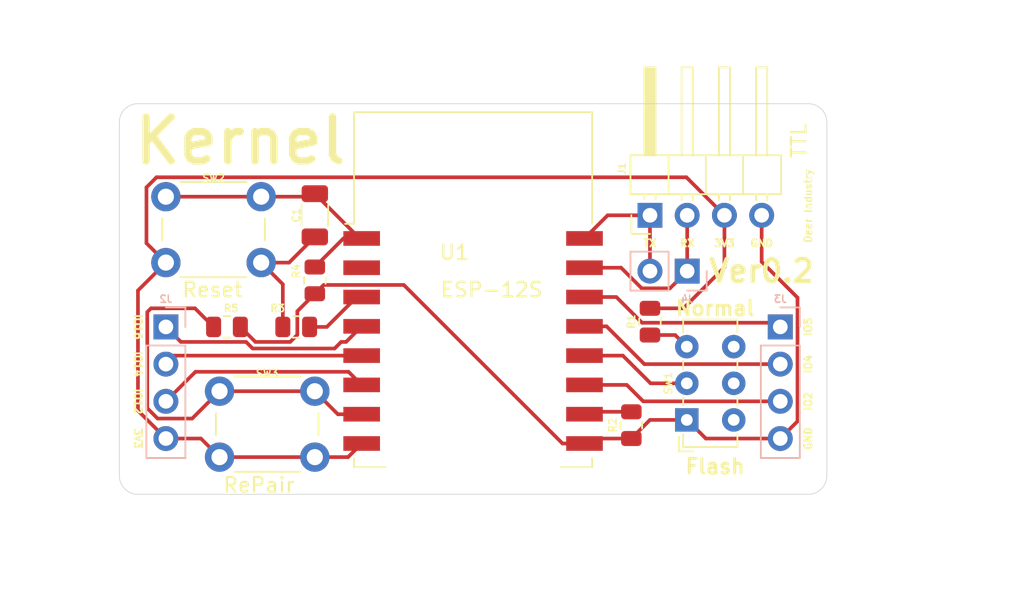
<source format=kicad_pcb>
(kicad_pcb (version 20171130) (host pcbnew "(5.1.9-0-10_14)")

  (general
    (thickness 1.6)
    (drawings 37)
    (tracks 100)
    (zones 0)
    (modules 14)
    (nets 18)
  )

  (page A4)
  (layers
    (0 F.Cu signal hide)
    (31 B.Cu signal hide)
    (32 B.Adhes user hide)
    (33 F.Adhes user hide)
    (34 B.Paste user hide)
    (35 F.Paste user hide)
    (36 B.SilkS user hide)
    (37 F.SilkS user)
    (38 B.Mask user)
    (39 F.Mask user hide)
    (40 Dwgs.User user)
    (41 Cmts.User user)
    (42 Eco1.User user)
    (43 Eco2.User user)
    (44 Edge.Cuts user)
    (45 Margin user)
    (46 B.CrtYd user)
    (47 F.CrtYd user)
    (48 B.Fab user hide)
    (49 F.Fab user hide)
  )

  (setup
    (last_trace_width 0.25)
    (trace_clearance 0.2)
    (zone_clearance 0.508)
    (zone_45_only no)
    (trace_min 0.2)
    (via_size 0.8)
    (via_drill 0.4)
    (via_min_size 0.4)
    (via_min_drill 0.3)
    (uvia_size 0.3)
    (uvia_drill 0.1)
    (uvias_allowed no)
    (uvia_min_size 0.2)
    (uvia_min_drill 0.1)
    (edge_width 0.05)
    (segment_width 0.2)
    (pcb_text_width 0.3)
    (pcb_text_size 1.5 1.5)
    (mod_edge_width 0.12)
    (mod_text_size 1 1)
    (mod_text_width 0.15)
    (pad_size 1.524 1.524)
    (pad_drill 0.762)
    (pad_to_mask_clearance 0)
    (aux_axis_origin 0 0)
    (visible_elements 7FFFFFFF)
    (pcbplotparams
      (layerselection 0x010fc_ffffffff)
      (usegerberextensions true)
      (usegerberattributes true)
      (usegerberadvancedattributes true)
      (creategerberjobfile true)
      (excludeedgelayer true)
      (linewidth 0.100000)
      (plotframeref false)
      (viasonmask false)
      (mode 1)
      (useauxorigin false)
      (hpglpennumber 1)
      (hpglpenspeed 20)
      (hpglpendiameter 15.000000)
      (psnegative false)
      (psa4output false)
      (plotreference true)
      (plotvalue true)
      (plotinvisibletext false)
      (padsonsilk false)
      (subtractmaskfromsilk false)
      (outputformat 1)
      (mirror false)
      (drillshape 0)
      (scaleselection 1)
      (outputdirectory "导出/"))
  )

  (net 0 "")
  (net 1 "Net-(U1-Pad2)")
  (net 2 EN)
  (net 3 +3V3)
  (net 4 GND)
  (net 5 IO15)
  (net 6 IO0)
  (net 7 RXD)
  (net 8 TXD)
  (net 9 "Net-(R1-Pad2)")
  (net 10 RST)
  (net 11 IO12)
  (net 12 IO14)
  (net 13 IO16)
  (net 14 IO2)
  (net 15 IO4)
  (net 16 IO5)
  (net 17 IO13)

  (net_class Default "This is the default net class."
    (clearance 0.2)
    (trace_width 0.25)
    (via_dia 0.8)
    (via_drill 0.4)
    (uvia_dia 0.3)
    (uvia_drill 0.1)
    (add_net +3V3)
    (add_net EN)
    (add_net GND)
    (add_net IO0)
    (add_net IO12)
    (add_net IO13)
    (add_net IO14)
    (add_net IO15)
    (add_net IO16)
    (add_net IO2)
    (add_net IO4)
    (add_net IO5)
    (add_net "Net-(R1-Pad2)")
    (add_net "Net-(U1-Pad2)")
    (add_net RST)
    (add_net RXD)
    (add_net TXD)
  )

  (module RF_Module:ESP-12S (layer F.Cu) (tedit 60489C70) (tstamp 60497F98)
    (at 97.155 43.18)
    (descr "Wi-Fi Module, http://wiki.ai-thinker.com/_media/esp8266/docs/aithinker_esp_12f_datasheet_en.pdf")
    (tags "Wi-Fi Module")
    (path /6049875F)
    (attr smd)
    (fp_text reference U1 (at -1.27 -2.54) (layer F.SilkS)
      (effects (font (size 1 1) (thickness 0.15)))
    )
    (fp_text value ESP-12S (at 1.27 0) (layer F.SilkS)
      (effects (font (size 1 1) (thickness 0.15)))
    )
    (fp_line (start -8 -12) (end 8 -12) (layer F.Fab) (width 0.12))
    (fp_line (start 8 -12) (end 8 12) (layer F.Fab) (width 0.12))
    (fp_line (start 8 12) (end -8 12) (layer F.Fab) (width 0.12))
    (fp_line (start -8 12) (end -8 -3) (layer F.Fab) (width 0.12))
    (fp_line (start -8 -3) (end -7.5 -3.5) (layer F.Fab) (width 0.12))
    (fp_line (start -7.5 -3.5) (end -8 -4) (layer F.Fab) (width 0.12))
    (fp_line (start -8 -4) (end -8 -12) (layer F.Fab) (width 0.12))
    (fp_line (start -9.05 -12.2) (end 9.05 -12.2) (layer F.CrtYd) (width 0.05))
    (fp_line (start 9.05 -12.2) (end 9.05 13.1) (layer F.CrtYd) (width 0.05))
    (fp_line (start 9.05 13.1) (end -9.05 13.1) (layer F.CrtYd) (width 0.05))
    (fp_line (start -9.05 13.1) (end -9.05 -12.2) (layer F.CrtYd) (width 0.05))
    (fp_line (start -8.12 -12.12) (end 8.12 -12.12) (layer F.SilkS) (width 0.12))
    (fp_line (start 8.12 -12.12) (end 8.12 -4.5) (layer F.SilkS) (width 0.12))
    (fp_line (start 8.12 11.5) (end 8.12 12.12) (layer F.SilkS) (width 0.12))
    (fp_line (start 8.12 12.12) (end 6 12.12) (layer F.SilkS) (width 0.12))
    (fp_line (start -6 12.12) (end -8.12 12.12) (layer F.SilkS) (width 0.12))
    (fp_line (start -8.12 12.12) (end -8.12 11.5) (layer F.SilkS) (width 0.12))
    (fp_line (start -8.12 -4.5) (end -8.12 -12.12) (layer F.SilkS) (width 0.12))
    (fp_line (start -8.12 -4.5) (end -8.73 -4.5) (layer F.SilkS) (width 0.12))
    (fp_line (start -8.12 -12.12) (end 8.12 -12.12) (layer Dwgs.User) (width 0.12))
    (fp_line (start 8.12 -12.12) (end 8.12 -4.8) (layer Dwgs.User) (width 0.12))
    (fp_line (start 8.12 -4.8) (end -8.12 -4.8) (layer Dwgs.User) (width 0.12))
    (fp_line (start -8.12 -4.8) (end -8.12 -12.12) (layer Dwgs.User) (width 0.12))
    (fp_line (start -8.12 -9.12) (end -5.12 -12.12) (layer Dwgs.User) (width 0.12))
    (fp_line (start -8.12 -6.12) (end -2.12 -12.12) (layer Dwgs.User) (width 0.12))
    (fp_line (start -6.44 -4.8) (end 0.88 -12.12) (layer Dwgs.User) (width 0.12))
    (fp_line (start -3.44 -4.8) (end 3.88 -12.12) (layer Dwgs.User) (width 0.12))
    (fp_line (start -0.44 -4.8) (end 6.88 -12.12) (layer Dwgs.User) (width 0.12))
    (fp_line (start 2.56 -4.8) (end 8.12 -10.36) (layer Dwgs.User) (width 0.12))
    (fp_line (start 5.56 -4.8) (end 8.12 -7.36) (layer Dwgs.User) (width 0.12))
    (fp_text user Antenna (at -0.06 -7 180) (layer Cmts.User)
      (effects (font (size 1 1) (thickness 0.15)))
    )
    (fp_text user "KEEP-OUT ZONE" (at 0.03 -9.55 180) (layer Cmts.User)
      (effects (font (size 1 1) (thickness 0.15)))
    )
    (pad 1 smd rect (at -7.6 -3.5) (size 2.5 1) (layers F.Cu F.Paste F.Mask)
      (net 10 RST))
    (pad 2 smd rect (at -7.6 -1.5) (size 2.5 1) (layers F.Cu F.Paste F.Mask)
      (net 1 "Net-(U1-Pad2)"))
    (pad 3 smd rect (at -7.6 0.5) (size 2.5 1) (layers F.Cu F.Paste F.Mask)
      (net 2 EN))
    (pad 4 smd rect (at -7.6 2.5) (size 2.5 1) (layers F.Cu F.Paste F.Mask)
      (net 13 IO16))
    (pad 5 smd rect (at -7.6 4.5) (size 2.5 1) (layers F.Cu F.Paste F.Mask)
      (net 12 IO14))
    (pad 6 smd rect (at -7.6 6.5) (size 2.5 1) (layers F.Cu F.Paste F.Mask)
      (net 11 IO12))
    (pad 7 smd rect (at -7.6 8.5) (size 2.5 1) (layers F.Cu F.Paste F.Mask)
      (net 17 IO13))
    (pad 8 smd rect (at -7.6 10.5) (size 2.5 1) (layers F.Cu F.Paste F.Mask)
      (net 3 +3V3))
    (pad 9 smd rect (at 7.6 10.5) (size 2.5 1) (layers F.Cu F.Paste F.Mask)
      (net 4 GND))
    (pad 10 smd rect (at 7.6 8.5) (size 2.5 1) (layers F.Cu F.Paste F.Mask)
      (net 5 IO15))
    (pad 11 smd rect (at 7.6 6.5) (size 2.5 1) (layers F.Cu F.Paste F.Mask)
      (net 14 IO2))
    (pad 12 smd rect (at 7.6 4.5) (size 2.5 1) (layers F.Cu F.Paste F.Mask)
      (net 6 IO0))
    (pad 13 smd rect (at 7.6 2.5) (size 2.5 1) (layers F.Cu F.Paste F.Mask)
      (net 15 IO4))
    (pad 14 smd rect (at 7.6 0.5) (size 2.5 1) (layers F.Cu F.Paste F.Mask)
      (net 16 IO5))
    (pad 15 smd rect (at 7.6 -1.5) (size 2.5 1) (layers F.Cu F.Paste F.Mask)
      (net 7 RXD))
    (pad 16 smd rect (at 7.6 -3.5) (size 2.5 1) (layers F.Cu F.Paste F.Mask)
      (net 8 TXD))
    (model ${KISYS3DMOD}/RF_Module.3dshapes/ESP-12E.wrl
      (at (xyz 0 0 0))
      (scale (xyz 1 1 1))
      (rotate (xyz 0 0 0))
    )
  )

  (module Connector_PinHeader_2.54mm:PinHeader_1x02_P2.54mm_Vertical (layer B.Cu) (tedit 59FED5CC) (tstamp 605007F5)
    (at 111.76 41.91 90)
    (descr "Through hole straight pin header, 1x02, 2.54mm pitch, single row")
    (tags "Through hole pin header THT 1x02 2.54mm single row")
    (path /60571445)
    (fp_text reference J4 (at -1.905 0 180) (layer B.SilkS)
      (effects (font (size 0.5 0.5) (thickness 0.1)) (justify mirror))
    )
    (fp_text value Conn_01x02_Male (at 0 -4.87 270) (layer B.Fab)
      (effects (font (size 1 1) (thickness 0.15)) (justify mirror))
    )
    (fp_line (start -0.635 1.27) (end 1.27 1.27) (layer B.Fab) (width 0.1))
    (fp_line (start 1.27 1.27) (end 1.27 -3.81) (layer B.Fab) (width 0.1))
    (fp_line (start 1.27 -3.81) (end -1.27 -3.81) (layer B.Fab) (width 0.1))
    (fp_line (start -1.27 -3.81) (end -1.27 0.635) (layer B.Fab) (width 0.1))
    (fp_line (start -1.27 0.635) (end -0.635 1.27) (layer B.Fab) (width 0.1))
    (fp_line (start -1.33 -3.87) (end 1.33 -3.87) (layer B.SilkS) (width 0.12))
    (fp_line (start -1.33 -1.27) (end -1.33 -3.87) (layer B.SilkS) (width 0.12))
    (fp_line (start 1.33 -1.27) (end 1.33 -3.87) (layer B.SilkS) (width 0.12))
    (fp_line (start -1.33 -1.27) (end 1.33 -1.27) (layer B.SilkS) (width 0.12))
    (fp_line (start -1.33 0) (end -1.33 1.33) (layer B.SilkS) (width 0.12))
    (fp_line (start -1.33 1.33) (end 0 1.33) (layer B.SilkS) (width 0.12))
    (fp_line (start -1.8 1.8) (end -1.8 -4.35) (layer B.CrtYd) (width 0.05))
    (fp_line (start -1.8 -4.35) (end 1.8 -4.35) (layer B.CrtYd) (width 0.05))
    (fp_line (start 1.8 -4.35) (end 1.8 1.8) (layer B.CrtYd) (width 0.05))
    (fp_line (start 1.8 1.8) (end -1.8 1.8) (layer B.CrtYd) (width 0.05))
    (fp_text user %R (at 0 -1.27) (layer B.Fab)
      (effects (font (size 1 1) (thickness 0.15)) (justify mirror))
    )
    (pad 2 thru_hole oval (at 0 -2.54 90) (size 1.7 1.7) (drill 1) (layers *.Cu *.Mask)
      (net 8 TXD))
    (pad 1 thru_hole rect (at 0 0 90) (size 1.7 1.7) (drill 1) (layers *.Cu *.Mask)
      (net 7 RXD))
    (model ${KISYS3DMOD}/Connector_PinHeader_2.54mm.3dshapes/PinHeader_1x02_P2.54mm_Vertical.wrl
      (at (xyz 0 0 0))
      (scale (xyz 1 1 1))
      (rotate (xyz 0 0 0))
    )
  )

  (module Button_Switch_THT:SW_PUSH_6mm_H4.3mm (layer F.Cu) (tedit 5A02FE31) (tstamp 604F3455)
    (at 86.36 54.61 180)
    (descr "tactile push button, 6x6mm e.g. PHAP33xx series, height=4.3mm")
    (tags "tact sw push 6mm")
    (path /604DDF37)
    (fp_text reference SW3 (at 3.25 5.715) (layer F.SilkS)
      (effects (font (size 0.5 0.5) (thickness 0.1)))
    )
    (fp_text value RePair (at 3.81 -1.905) (layer F.SilkS)
      (effects (font (size 1 1) (thickness 0.15)))
    )
    (fp_line (start 3.25 -0.75) (end 6.25 -0.75) (layer F.Fab) (width 0.1))
    (fp_line (start 6.25 -0.75) (end 6.25 5.25) (layer F.Fab) (width 0.1))
    (fp_line (start 6.25 5.25) (end 0.25 5.25) (layer F.Fab) (width 0.1))
    (fp_line (start 0.25 5.25) (end 0.25 -0.75) (layer F.Fab) (width 0.1))
    (fp_line (start 0.25 -0.75) (end 3.25 -0.75) (layer F.Fab) (width 0.1))
    (fp_line (start 7.75 6) (end 8 6) (layer F.CrtYd) (width 0.05))
    (fp_line (start 8 6) (end 8 5.75) (layer F.CrtYd) (width 0.05))
    (fp_line (start 7.75 -1.5) (end 8 -1.5) (layer F.CrtYd) (width 0.05))
    (fp_line (start 8 -1.5) (end 8 -1.25) (layer F.CrtYd) (width 0.05))
    (fp_line (start -1.5 -1.25) (end -1.5 -1.5) (layer F.CrtYd) (width 0.05))
    (fp_line (start -1.5 -1.5) (end -1.25 -1.5) (layer F.CrtYd) (width 0.05))
    (fp_line (start -1.5 5.75) (end -1.5 6) (layer F.CrtYd) (width 0.05))
    (fp_line (start -1.5 6) (end -1.25 6) (layer F.CrtYd) (width 0.05))
    (fp_line (start -1.25 -1.5) (end 7.75 -1.5) (layer F.CrtYd) (width 0.05))
    (fp_line (start -1.5 5.75) (end -1.5 -1.25) (layer F.CrtYd) (width 0.05))
    (fp_line (start 7.75 6) (end -1.25 6) (layer F.CrtYd) (width 0.05))
    (fp_line (start 8 -1.25) (end 8 5.75) (layer F.CrtYd) (width 0.05))
    (fp_line (start 1 5.5) (end 5.5 5.5) (layer F.SilkS) (width 0.12))
    (fp_line (start -0.25 1.5) (end -0.25 3) (layer F.SilkS) (width 0.12))
    (fp_line (start 5.5 -1) (end 1 -1) (layer F.SilkS) (width 0.12))
    (fp_line (start 6.75 3) (end 6.75 1.5) (layer F.SilkS) (width 0.12))
    (fp_circle (center 3.25 2.25) (end 1.25 2.5) (layer F.Fab) (width 0.1))
    (fp_text user %R (at 3.25 2.25) (layer F.Fab)
      (effects (font (size 1 1) (thickness 0.15)))
    )
    (pad 1 thru_hole circle (at 6.5 0 270) (size 2 2) (drill 1.1) (layers *.Cu *.Mask)
      (net 3 +3V3))
    (pad 2 thru_hole circle (at 6.5 4.5 270) (size 2 2) (drill 1.1) (layers *.Cu *.Mask)
      (net 17 IO13))
    (pad 1 thru_hole circle (at 0 0 270) (size 2 2) (drill 1.1) (layers *.Cu *.Mask)
      (net 3 +3V3))
    (pad 2 thru_hole circle (at 0 4.5 270) (size 2 2) (drill 1.1) (layers *.Cu *.Mask)
      (net 17 IO13))
    (model ${KISYS3DMOD}/Button_Switch_THT.3dshapes/SW_PUSH_6mm_H4.3mm.wrl
      (at (xyz 0 0 0))
      (scale (xyz 1 1 1))
      (rotate (xyz 0 0 0))
    )
  )

  (module Button_Switch_THT:SW_PUSH_6mm_H4.3mm (layer F.Cu) (tedit 5A02FE31) (tstamp 604A134E)
    (at 76.2 36.83)
    (descr "tactile push button, 6x6mm e.g. PHAP33xx series, height=4.3mm")
    (tags "tact sw push 6mm")
    (path /604A6E52)
    (fp_text reference SW2 (at 3.25 -1.27) (layer F.SilkS)
      (effects (font (size 0.5 0.5) (thickness 0.1)))
    )
    (fp_text value Reset (at 3.175 6.35) (layer F.SilkS)
      (effects (font (size 1 1) (thickness 0.15)))
    )
    (fp_line (start 3.25 -0.75) (end 6.25 -0.75) (layer F.Fab) (width 0.1))
    (fp_line (start 6.25 -0.75) (end 6.25 5.25) (layer F.Fab) (width 0.1))
    (fp_line (start 6.25 5.25) (end 0.25 5.25) (layer F.Fab) (width 0.1))
    (fp_line (start 0.25 5.25) (end 0.25 -0.75) (layer F.Fab) (width 0.1))
    (fp_line (start 0.25 -0.75) (end 3.25 -0.75) (layer F.Fab) (width 0.1))
    (fp_line (start 7.75 6) (end 8 6) (layer F.CrtYd) (width 0.05))
    (fp_line (start 8 6) (end 8 5.75) (layer F.CrtYd) (width 0.05))
    (fp_line (start 7.75 -1.5) (end 8 -1.5) (layer F.CrtYd) (width 0.05))
    (fp_line (start 8 -1.5) (end 8 -1.25) (layer F.CrtYd) (width 0.05))
    (fp_line (start -1.5 -1.25) (end -1.5 -1.5) (layer F.CrtYd) (width 0.05))
    (fp_line (start -1.5 -1.5) (end -1.25 -1.5) (layer F.CrtYd) (width 0.05))
    (fp_line (start -1.5 5.75) (end -1.5 6) (layer F.CrtYd) (width 0.05))
    (fp_line (start -1.5 6) (end -1.25 6) (layer F.CrtYd) (width 0.05))
    (fp_line (start -1.25 -1.5) (end 7.75 -1.5) (layer F.CrtYd) (width 0.05))
    (fp_line (start -1.5 5.75) (end -1.5 -1.25) (layer F.CrtYd) (width 0.05))
    (fp_line (start 7.75 6) (end -1.25 6) (layer F.CrtYd) (width 0.05))
    (fp_line (start 8 -1.25) (end 8 5.75) (layer F.CrtYd) (width 0.05))
    (fp_line (start 1 5.5) (end 5.5 5.5) (layer F.SilkS) (width 0.12))
    (fp_line (start -0.25 1.5) (end -0.25 3) (layer F.SilkS) (width 0.12))
    (fp_line (start 5.5 -1) (end 1 -1) (layer F.SilkS) (width 0.12))
    (fp_line (start 6.75 3) (end 6.75 1.5) (layer F.SilkS) (width 0.12))
    (fp_circle (center 3.25 2.25) (end 1.25 2.5) (layer F.Fab) (width 0.1))
    (fp_text user %R (at 3.25 2.25) (layer F.Fab)
      (effects (font (size 1 1) (thickness 0.15)))
    )
    (pad 1 thru_hole circle (at 6.5 0 90) (size 2 2) (drill 1.1) (layers *.Cu *.Mask)
      (net 10 RST))
    (pad 2 thru_hole circle (at 6.5 4.5 90) (size 2 2) (drill 1.1) (layers *.Cu *.Mask)
      (net 3 +3V3))
    (pad 1 thru_hole circle (at 0 0 90) (size 2 2) (drill 1.1) (layers *.Cu *.Mask)
      (net 10 RST))
    (pad 2 thru_hole circle (at 0 4.5 90) (size 2 2) (drill 1.1) (layers *.Cu *.Mask)
      (net 3 +3V3))
    (model ${KISYS3DMOD}/Button_Switch_THT.3dshapes/SW_PUSH_6mm_H4.3mm.wrl
      (at (xyz 0 0 0))
      (scale (xyz 1 1 1))
      (rotate (xyz 0 0 0))
    )
  )

  (module Connector_PinHeader_2.54mm:PinHeader_1x04_P2.54mm_Horizontal (layer F.Cu) (tedit 59FED5CB) (tstamp 6049FAD7)
    (at 109.22 38.1 90)
    (descr "Through hole angled pin header, 1x04, 2.54mm pitch, 6mm pin length, single row")
    (tags "Through hole angled pin header THT 1x04 2.54mm single row")
    (path /6049A723)
    (fp_text reference J1 (at 3.175 -1.905 90) (layer F.SilkS)
      (effects (font (size 0.5 0.5) (thickness 0.1)))
    )
    (fp_text value TTL (at 5.08 10.16 270) (layer F.SilkS)
      (effects (font (size 1 1) (thickness 0.15)))
    )
    (fp_line (start 2.135 -1.27) (end 4.04 -1.27) (layer F.Fab) (width 0.1))
    (fp_line (start 4.04 -1.27) (end 4.04 8.89) (layer F.Fab) (width 0.1))
    (fp_line (start 4.04 8.89) (end 1.5 8.89) (layer F.Fab) (width 0.1))
    (fp_line (start 1.5 8.89) (end 1.5 -0.635) (layer F.Fab) (width 0.1))
    (fp_line (start 1.5 -0.635) (end 2.135 -1.27) (layer F.Fab) (width 0.1))
    (fp_line (start -0.32 -0.32) (end 1.5 -0.32) (layer F.Fab) (width 0.1))
    (fp_line (start -0.32 -0.32) (end -0.32 0.32) (layer F.Fab) (width 0.1))
    (fp_line (start -0.32 0.32) (end 1.5 0.32) (layer F.Fab) (width 0.1))
    (fp_line (start 4.04 -0.32) (end 10.04 -0.32) (layer F.Fab) (width 0.1))
    (fp_line (start 10.04 -0.32) (end 10.04 0.32) (layer F.Fab) (width 0.1))
    (fp_line (start 4.04 0.32) (end 10.04 0.32) (layer F.Fab) (width 0.1))
    (fp_line (start -0.32 2.22) (end 1.5 2.22) (layer F.Fab) (width 0.1))
    (fp_line (start -0.32 2.22) (end -0.32 2.86) (layer F.Fab) (width 0.1))
    (fp_line (start -0.32 2.86) (end 1.5 2.86) (layer F.Fab) (width 0.1))
    (fp_line (start 4.04 2.22) (end 10.04 2.22) (layer F.Fab) (width 0.1))
    (fp_line (start 10.04 2.22) (end 10.04 2.86) (layer F.Fab) (width 0.1))
    (fp_line (start 4.04 2.86) (end 10.04 2.86) (layer F.Fab) (width 0.1))
    (fp_line (start -0.32 4.76) (end 1.5 4.76) (layer F.Fab) (width 0.1))
    (fp_line (start -0.32 4.76) (end -0.32 5.4) (layer F.Fab) (width 0.1))
    (fp_line (start -0.32 5.4) (end 1.5 5.4) (layer F.Fab) (width 0.1))
    (fp_line (start 4.04 4.76) (end 10.04 4.76) (layer F.Fab) (width 0.1))
    (fp_line (start 10.04 4.76) (end 10.04 5.4) (layer F.Fab) (width 0.1))
    (fp_line (start 4.04 5.4) (end 10.04 5.4) (layer F.Fab) (width 0.1))
    (fp_line (start -0.32 7.3) (end 1.5 7.3) (layer F.Fab) (width 0.1))
    (fp_line (start -0.32 7.3) (end -0.32 7.94) (layer F.Fab) (width 0.1))
    (fp_line (start -0.32 7.94) (end 1.5 7.94) (layer F.Fab) (width 0.1))
    (fp_line (start 4.04 7.3) (end 10.04 7.3) (layer F.Fab) (width 0.1))
    (fp_line (start 10.04 7.3) (end 10.04 7.94) (layer F.Fab) (width 0.1))
    (fp_line (start 4.04 7.94) (end 10.04 7.94) (layer F.Fab) (width 0.1))
    (fp_line (start 1.44 -1.33) (end 1.44 8.95) (layer F.SilkS) (width 0.12))
    (fp_line (start 1.44 8.95) (end 4.1 8.95) (layer F.SilkS) (width 0.12))
    (fp_line (start 4.1 8.95) (end 4.1 -1.33) (layer F.SilkS) (width 0.12))
    (fp_line (start 4.1 -1.33) (end 1.44 -1.33) (layer F.SilkS) (width 0.12))
    (fp_line (start 4.1 -0.38) (end 10.1 -0.38) (layer F.SilkS) (width 0.12))
    (fp_line (start 10.1 -0.38) (end 10.1 0.38) (layer F.SilkS) (width 0.12))
    (fp_line (start 10.1 0.38) (end 4.1 0.38) (layer F.SilkS) (width 0.12))
    (fp_line (start 4.1 -0.32) (end 10.1 -0.32) (layer F.SilkS) (width 0.12))
    (fp_line (start 4.1 -0.2) (end 10.1 -0.2) (layer F.SilkS) (width 0.12))
    (fp_line (start 4.1 -0.08) (end 10.1 -0.08) (layer F.SilkS) (width 0.12))
    (fp_line (start 4.1 0.04) (end 10.1 0.04) (layer F.SilkS) (width 0.12))
    (fp_line (start 4.1 0.16) (end 10.1 0.16) (layer F.SilkS) (width 0.12))
    (fp_line (start 4.1 0.28) (end 10.1 0.28) (layer F.SilkS) (width 0.12))
    (fp_line (start 1.11 -0.38) (end 1.44 -0.38) (layer F.SilkS) (width 0.12))
    (fp_line (start 1.11 0.38) (end 1.44 0.38) (layer F.SilkS) (width 0.12))
    (fp_line (start 1.44 1.27) (end 4.1 1.27) (layer F.SilkS) (width 0.12))
    (fp_line (start 4.1 2.16) (end 10.1 2.16) (layer F.SilkS) (width 0.12))
    (fp_line (start 10.1 2.16) (end 10.1 2.92) (layer F.SilkS) (width 0.12))
    (fp_line (start 10.1 2.92) (end 4.1 2.92) (layer F.SilkS) (width 0.12))
    (fp_line (start 1.042929 2.16) (end 1.44 2.16) (layer F.SilkS) (width 0.12))
    (fp_line (start 1.042929 2.92) (end 1.44 2.92) (layer F.SilkS) (width 0.12))
    (fp_line (start 1.44 3.81) (end 4.1 3.81) (layer F.SilkS) (width 0.12))
    (fp_line (start 4.1 4.7) (end 10.1 4.7) (layer F.SilkS) (width 0.12))
    (fp_line (start 10.1 4.7) (end 10.1 5.46) (layer F.SilkS) (width 0.12))
    (fp_line (start 10.1 5.46) (end 4.1 5.46) (layer F.SilkS) (width 0.12))
    (fp_line (start 1.042929 4.7) (end 1.44 4.7) (layer F.SilkS) (width 0.12))
    (fp_line (start 1.042929 5.46) (end 1.44 5.46) (layer F.SilkS) (width 0.12))
    (fp_line (start 1.44 6.35) (end 4.1 6.35) (layer F.SilkS) (width 0.12))
    (fp_line (start 4.1 7.24) (end 10.1 7.24) (layer F.SilkS) (width 0.12))
    (fp_line (start 10.1 7.24) (end 10.1 8) (layer F.SilkS) (width 0.12))
    (fp_line (start 10.1 8) (end 4.1 8) (layer F.SilkS) (width 0.12))
    (fp_line (start 1.042929 7.24) (end 1.44 7.24) (layer F.SilkS) (width 0.12))
    (fp_line (start 1.042929 8) (end 1.44 8) (layer F.SilkS) (width 0.12))
    (fp_line (start -1.27 0) (end -1.27 -1.27) (layer F.SilkS) (width 0.12))
    (fp_line (start -1.27 -1.27) (end 0 -1.27) (layer F.SilkS) (width 0.12))
    (fp_line (start -1.8 -1.8) (end -1.8 9.4) (layer F.CrtYd) (width 0.05))
    (fp_line (start -1.8 9.4) (end 10.55 9.4) (layer F.CrtYd) (width 0.05))
    (fp_line (start 10.55 9.4) (end 10.55 -1.8) (layer F.CrtYd) (width 0.05))
    (fp_line (start 10.55 -1.8) (end -1.8 -1.8) (layer F.CrtYd) (width 0.05))
    (fp_text user %R (at 2.77 3.81) (layer F.Fab)
      (effects (font (size 1 1) (thickness 0.15)))
    )
    (pad 4 thru_hole oval (at 0 7.62 90) (size 1.7 1.7) (drill 1) (layers *.Cu *.Mask)
      (net 4 GND))
    (pad 3 thru_hole oval (at 0 5.08 90) (size 1.7 1.7) (drill 1) (layers *.Cu *.Mask)
      (net 3 +3V3))
    (pad 2 thru_hole oval (at 0 2.54 90) (size 1.7 1.7) (drill 1) (layers *.Cu *.Mask)
      (net 7 RXD))
    (pad 1 thru_hole rect (at 0 0 90) (size 1.7 1.7) (drill 1) (layers *.Cu *.Mask)
      (net 8 TXD))
    (model ${KISYS3DMOD}/Connector_PinHeader_2.54mm.3dshapes/PinHeader_1x04_P2.54mm_Horizontal.wrl
      (at (xyz 0 0 0))
      (scale (xyz 1 1 1))
      (rotate (xyz 0 0 0))
    )
  )

  (module Resistor_SMD:R_0805_2012Metric (layer F.Cu) (tedit 5F68FEEE) (tstamp 604F33F0)
    (at 80.3675 45.72 180)
    (descr "Resistor SMD 0805 (2012 Metric), square (rectangular) end terminal, IPC_7351 nominal, (Body size source: IPC-SM-782 page 72, https://www.pcb-3d.com/wordpress/wp-content/uploads/ipc-sm-782a_amendment_1_and_2.pdf), generated with kicad-footprint-generator")
    (tags resistor)
    (path /604EF1A5)
    (attr smd)
    (fp_text reference R5 (at -0.2775 1.27) (layer F.SilkS)
      (effects (font (size 0.5 0.5) (thickness 0.1)))
    )
    (fp_text value 10k (at 0 1.65) (layer F.Fab)
      (effects (font (size 1 1) (thickness 0.15)))
    )
    (fp_line (start -1 0.625) (end -1 -0.625) (layer F.Fab) (width 0.1))
    (fp_line (start -1 -0.625) (end 1 -0.625) (layer F.Fab) (width 0.1))
    (fp_line (start 1 -0.625) (end 1 0.625) (layer F.Fab) (width 0.1))
    (fp_line (start 1 0.625) (end -1 0.625) (layer F.Fab) (width 0.1))
    (fp_line (start -0.227064 -0.735) (end 0.227064 -0.735) (layer F.SilkS) (width 0.12))
    (fp_line (start -0.227064 0.735) (end 0.227064 0.735) (layer F.SilkS) (width 0.12))
    (fp_line (start -1.68 0.95) (end -1.68 -0.95) (layer F.CrtYd) (width 0.05))
    (fp_line (start -1.68 -0.95) (end 1.68 -0.95) (layer F.CrtYd) (width 0.05))
    (fp_line (start 1.68 -0.95) (end 1.68 0.95) (layer F.CrtYd) (width 0.05))
    (fp_line (start 1.68 0.95) (end -1.68 0.95) (layer F.CrtYd) (width 0.05))
    (fp_text user %R (at 0 0) (layer F.Fab)
      (effects (font (size 0.5 0.5) (thickness 0.08)))
    )
    (pad 2 smd roundrect (at 0.9125 0 180) (size 1.025 1.4) (layers F.Cu F.Paste F.Mask) (roundrect_rratio 0.2439004878048781)
      (net 17 IO13))
    (pad 1 smd roundrect (at -0.9125 0 180) (size 1.025 1.4) (layers F.Cu F.Paste F.Mask) (roundrect_rratio 0.2439004878048781)
      (net 4 GND))
    (model ${KISYS3DMOD}/Resistor_SMD.3dshapes/R_0805_2012Metric.wrl
      (at (xyz 0 0 0))
      (scale (xyz 1 1 1))
      (rotate (xyz 0 0 0))
    )
  )

  (module Connector_PinHeader_2.54mm:PinHeader_1x04_P2.54mm_Vertical (layer B.Cu) (tedit 59FED5CC) (tstamp 604F335F)
    (at 118.11 45.72 180)
    (descr "Through hole straight pin header, 1x04, 2.54mm pitch, single row")
    (tags "Through hole pin header THT 1x04 2.54mm single row")
    (path /604FA091)
    (fp_text reference J3 (at 0 1.905) (layer B.SilkS)
      (effects (font (size 0.5 0.5) (thickness 0.1)) (justify mirror))
    )
    (fp_text value R (at 0 -9.95) (layer F.Fab) hide
      (effects (font (size 1 1) (thickness 0.15)))
    )
    (fp_line (start -0.635 1.27) (end 1.27 1.27) (layer B.Fab) (width 0.1))
    (fp_line (start 1.27 1.27) (end 1.27 -8.89) (layer B.Fab) (width 0.1))
    (fp_line (start 1.27 -8.89) (end -1.27 -8.89) (layer B.Fab) (width 0.1))
    (fp_line (start -1.27 -8.89) (end -1.27 0.635) (layer B.Fab) (width 0.1))
    (fp_line (start -1.27 0.635) (end -0.635 1.27) (layer B.Fab) (width 0.1))
    (fp_line (start -1.33 -8.95) (end 1.33 -8.95) (layer B.SilkS) (width 0.12))
    (fp_line (start -1.33 -1.27) (end -1.33 -8.95) (layer B.SilkS) (width 0.12))
    (fp_line (start 1.33 -1.27) (end 1.33 -8.95) (layer B.SilkS) (width 0.12))
    (fp_line (start -1.33 -1.27) (end 1.33 -1.27) (layer B.SilkS) (width 0.12))
    (fp_line (start -1.33 0) (end -1.33 1.33) (layer B.SilkS) (width 0.12))
    (fp_line (start -1.33 1.33) (end 0 1.33) (layer B.SilkS) (width 0.12))
    (fp_line (start -1.8 1.8) (end -1.8 -9.4) (layer B.CrtYd) (width 0.05))
    (fp_line (start -1.8 -9.4) (end 1.8 -9.4) (layer B.CrtYd) (width 0.05))
    (fp_line (start 1.8 -9.4) (end 1.8 1.8) (layer B.CrtYd) (width 0.05))
    (fp_line (start 1.8 1.8) (end -1.8 1.8) (layer B.CrtYd) (width 0.05))
    (fp_text user %R (at 0 -3.81 270) (layer B.Fab)
      (effects (font (size 1 1) (thickness 0.15)) (justify mirror))
    )
    (pad 4 thru_hole oval (at 0 -7.62 180) (size 1.7 1.7) (drill 1) (layers *.Cu *.Mask)
      (net 4 GND))
    (pad 3 thru_hole oval (at 0 -5.08 180) (size 1.7 1.7) (drill 1) (layers *.Cu *.Mask)
      (net 14 IO2))
    (pad 2 thru_hole oval (at 0 -2.54 180) (size 1.7 1.7) (drill 1) (layers *.Cu *.Mask)
      (net 15 IO4))
    (pad 1 thru_hole rect (at 0 0 180) (size 1.7 1.7) (drill 1) (layers *.Cu *.Mask)
      (net 16 IO5))
    (model ${KISYS3DMOD}/Connector_PinHeader_2.54mm.3dshapes/PinHeader_1x04_P2.54mm_Vertical.wrl
      (at (xyz 0 0 0))
      (scale (xyz 1 1 1))
      (rotate (xyz 0 0 0))
    )
  )

  (module Connector_PinHeader_2.54mm:PinHeader_1x04_P2.54mm_Vertical (layer B.Cu) (tedit 59FED5CC) (tstamp 604F3347)
    (at 76.2 45.72 180)
    (descr "Through hole straight pin header, 1x04, 2.54mm pitch, single row")
    (tags "Through hole pin header THT 1x04 2.54mm single row")
    (path /604F8EAE)
    (fp_text reference J2 (at 0 1.905) (layer B.SilkS)
      (effects (font (size 0.5 0.5) (thickness 0.1)) (justify mirror))
    )
    (fp_text value L (at 0 -9.95) (layer F.Fab) hide
      (effects (font (size 1 1) (thickness 0.15)) (justify mirror))
    )
    (fp_line (start -0.635 1.27) (end 1.27 1.27) (layer B.Fab) (width 0.1))
    (fp_line (start 1.27 1.27) (end 1.27 -8.89) (layer B.Fab) (width 0.1))
    (fp_line (start 1.27 -8.89) (end -1.27 -8.89) (layer B.Fab) (width 0.1))
    (fp_line (start -1.27 -8.89) (end -1.27 0.635) (layer B.Fab) (width 0.1))
    (fp_line (start -1.27 0.635) (end -0.635 1.27) (layer B.Fab) (width 0.1))
    (fp_line (start -1.33 -8.95) (end 1.33 -8.95) (layer B.SilkS) (width 0.12))
    (fp_line (start -1.33 -1.27) (end -1.33 -8.95) (layer B.SilkS) (width 0.12))
    (fp_line (start 1.33 -1.27) (end 1.33 -8.95) (layer B.SilkS) (width 0.12))
    (fp_line (start -1.33 -1.27) (end 1.33 -1.27) (layer B.SilkS) (width 0.12))
    (fp_line (start -1.33 0) (end -1.33 1.33) (layer B.SilkS) (width 0.12))
    (fp_line (start -1.33 1.33) (end 0 1.33) (layer B.SilkS) (width 0.12))
    (fp_line (start -1.8 1.8) (end -1.8 -9.4) (layer B.CrtYd) (width 0.05))
    (fp_line (start -1.8 -9.4) (end 1.8 -9.4) (layer B.CrtYd) (width 0.05))
    (fp_line (start 1.8 -9.4) (end 1.8 1.8) (layer B.CrtYd) (width 0.05))
    (fp_line (start 1.8 1.8) (end -1.8 1.8) (layer B.CrtYd) (width 0.05))
    (fp_text user %R (at 0 -3.81 270) (layer B.Fab)
      (effects (font (size 1 1) (thickness 0.15)) (justify mirror))
    )
    (pad 4 thru_hole oval (at 0 -7.62 180) (size 1.7 1.7) (drill 1) (layers *.Cu *.Mask)
      (net 3 +3V3))
    (pad 3 thru_hole oval (at 0 -5.08 180) (size 1.7 1.7) (drill 1) (layers *.Cu *.Mask)
      (net 11 IO12))
    (pad 2 thru_hole oval (at 0 -2.54 180) (size 1.7 1.7) (drill 1) (layers *.Cu *.Mask)
      (net 12 IO14))
    (pad 1 thru_hole rect (at 0 0 180) (size 1.7 1.7) (drill 1) (layers *.Cu *.Mask)
      (net 13 IO16))
    (model ${KISYS3DMOD}/Connector_PinHeader_2.54mm.3dshapes/PinHeader_1x04_P2.54mm_Vertical.wrl
      (at (xyz 0 0 0))
      (scale (xyz 1 1 1))
      (rotate (xyz 0 0 0))
    )
  )

  (module Button_Switch_THT:SW_E-Switch_EG1271_DPDT (layer F.Cu) (tedit 5BB336EF) (tstamp 6048CF9C)
    (at 111.735 52.07 90)
    (descr "E-Switch sub miniature slide switch, EG series, DPDT, http://spec_sheets.e-switch.com/specs/P040047.pdf")
    (tags "switch DPDT")
    (path /6048DEAF)
    (fp_text reference SW1 (at 2.5 -1.27 90) (layer F.SilkS)
      (effects (font (size 0.5 0.5) (thickness 0.1)))
    )
    (fp_text value MODE (at 2.5 5 90) (layer F.Fab)
      (effects (font (size 1 1) (thickness 0.15)))
    )
    (fp_line (start -2 4.25) (end -2 -1.05) (layer F.CrtYd) (width 0.05))
    (fp_line (start 7 4.25) (end -2 4.25) (layer F.CrtYd) (width 0.05))
    (fp_line (start 7 -1.05) (end 7 4.25) (layer F.CrtYd) (width 0.05))
    (fp_line (start -2 -1.05) (end 7 -1.05) (layer F.CrtYd) (width 0.05))
    (fp_line (start -2.15 -0.55) (end -1.15 -0.55) (layer F.SilkS) (width 0.12))
    (fp_line (start -2.15 0.45) (end -2.15 -0.55) (layer F.SilkS) (width 0.12))
    (fp_line (start -1.85 3.45) (end -1.85 -0.25) (layer F.SilkS) (width 0.12))
    (fp_line (start -0.97 3.45) (end -1.85 3.45) (layer F.SilkS) (width 0.12))
    (fp_line (start 1.53 3.45) (end 0.97 3.45) (layer F.SilkS) (width 0.12))
    (fp_line (start 4.02 3.45) (end 3.47 3.45) (layer F.SilkS) (width 0.12))
    (fp_line (start 6.85 3.45) (end 5.98 3.45) (layer F.SilkS) (width 0.12))
    (fp_line (start 6.85 -0.25) (end 6.85 3.45) (layer F.SilkS) (width 0.12))
    (fp_line (start 5.97 -0.25) (end 6.85 -0.25) (layer F.SilkS) (width 0.12))
    (fp_line (start 3.47 -0.25) (end 4.03 -0.25) (layer F.SilkS) (width 0.12))
    (fp_line (start 1 -0.25) (end 1.53 -0.25) (layer F.SilkS) (width 0.12))
    (fp_line (start -1.85 -0.25) (end -1 -0.25) (layer F.SilkS) (width 0.12))
    (fp_line (start -1.75 -0.15) (end -1.75 3.35) (layer F.Fab) (width 0.1))
    (fp_line (start 6.75 3.35) (end -1.75 3.35) (layer F.Fab) (width 0.1))
    (fp_line (start 6.75 -0.15) (end 6.75 3.35) (layer F.Fab) (width 0.1))
    (fp_line (start -1.75 -0.15) (end 6.75 -0.15) (layer F.Fab) (width 0.1))
    (fp_line (start 2.15 0.6) (end 2.15 2.6) (layer F.Fab) (width 0.1))
    (fp_line (start 1.8 0.6) (end 1.8 2.6) (layer F.Fab) (width 0.1))
    (fp_line (start 1.45 0.6) (end 1.45 2.6) (layer F.Fab) (width 0.1))
    (fp_line (start 1.1 0.6) (end 1.1 2.6) (layer F.Fab) (width 0.1))
    (fp_line (start 0.75 0.6) (end 0.75 2.6) (layer F.Fab) (width 0.1))
    (fp_line (start 2.5 0.6) (end 2.5 2.6) (layer F.Fab) (width 0.1))
    (fp_line (start 0.4 0.6) (end 0.4 2.6) (layer F.Fab) (width 0.1))
    (fp_line (start 4.6 2.6) (end 0.4 2.6) (layer F.Fab) (width 0.1))
    (fp_line (start 4.6 0.6) (end 4.6 2.6) (layer F.Fab) (width 0.1))
    (fp_line (start 0.4 0.6) (end 4.6 0.6) (layer F.Fab) (width 0.1))
    (fp_text user %R (at 2.5 -1.65 90) (layer F.Fab)
      (effects (font (size 1 1) (thickness 0.15)))
    )
    (pad 6 thru_hole circle (at 5 3.2 90) (size 1.6 1.6) (drill 0.8) (layers *.Cu *.Mask))
    (pad 5 thru_hole circle (at 2.5 3.2 90) (size 1.6 1.6) (drill 0.8) (layers *.Cu *.Mask))
    (pad 4 thru_hole circle (at 0 3.2 90) (size 1.6 1.6) (drill 0.8) (layers *.Cu *.Mask))
    (pad 3 thru_hole circle (at 5 0 90) (size 1.6 1.6) (drill 0.8) (layers *.Cu *.Mask)
      (net 9 "Net-(R1-Pad2)"))
    (pad 2 thru_hole circle (at 2.5 0 90) (size 1.6 1.6) (drill 0.8) (layers *.Cu *.Mask)
      (net 6 IO0))
    (pad 1 thru_hole rect (at 0 0 90) (size 1.6 1.6) (drill 0.8) (layers *.Cu *.Mask)
      (net 4 GND))
    (model ${KISYS3DMOD}/Button_Switch_THT.3dshapes/SW_E-Switch_EG1271_DPDT.wrl
      (at (xyz 0 0 0))
      (scale (xyz 1 1 1))
      (rotate (xyz 0 0 0))
    )
  )

  (module Resistor_SMD:R_0805_2012Metric (layer F.Cu) (tedit 5F68FEEE) (tstamp 60491ACD)
    (at 86.36 42.545 270)
    (descr "Resistor SMD 0805 (2012 Metric), square (rectangular) end terminal, IPC_7351 nominal, (Body size source: IPC-SM-782 page 72, https://www.pcb-3d.com/wordpress/wp-content/uploads/ipc-sm-782a_amendment_1_and_2.pdf), generated with kicad-footprint-generator")
    (tags resistor)
    (path /60493EDA)
    (attr smd)
    (fp_text reference R4 (at -0.635 1.27 90) (layer F.SilkS)
      (effects (font (size 0.5 0.5) (thickness 0.1)))
    )
    (fp_text value 10k (at 0 1.65 90) (layer F.Fab)
      (effects (font (size 1 1) (thickness 0.15)))
    )
    (fp_line (start 1.68 0.95) (end -1.68 0.95) (layer F.CrtYd) (width 0.05))
    (fp_line (start 1.68 -0.95) (end 1.68 0.95) (layer F.CrtYd) (width 0.05))
    (fp_line (start -1.68 -0.95) (end 1.68 -0.95) (layer F.CrtYd) (width 0.05))
    (fp_line (start -1.68 0.95) (end -1.68 -0.95) (layer F.CrtYd) (width 0.05))
    (fp_line (start -0.227064 0.735) (end 0.227064 0.735) (layer F.SilkS) (width 0.12))
    (fp_line (start -0.227064 -0.735) (end 0.227064 -0.735) (layer F.SilkS) (width 0.12))
    (fp_line (start 1 0.625) (end -1 0.625) (layer F.Fab) (width 0.1))
    (fp_line (start 1 -0.625) (end 1 0.625) (layer F.Fab) (width 0.1))
    (fp_line (start -1 -0.625) (end 1 -0.625) (layer F.Fab) (width 0.1))
    (fp_line (start -1 0.625) (end -1 -0.625) (layer F.Fab) (width 0.1))
    (fp_text user %R (at 0 0 90) (layer F.Fab)
      (effects (font (size 0.5 0.5) (thickness 0.08)))
    )
    (pad 2 smd roundrect (at 0.9125 0 270) (size 1.025 1.4) (layers F.Cu F.Paste F.Mask) (roundrect_rratio 0.2439004878048781)
      (net 4 GND))
    (pad 1 smd roundrect (at -0.9125 0 270) (size 1.025 1.4) (layers F.Cu F.Paste F.Mask) (roundrect_rratio 0.2439004878048781)
      (net 10 RST))
    (model ${KISYS3DMOD}/Resistor_SMD.3dshapes/R_0805_2012Metric.wrl
      (at (xyz 0 0 0))
      (scale (xyz 1 1 1))
      (rotate (xyz 0 0 0))
    )
  )

  (module Resistor_SMD:R_0805_2012Metric (layer F.Cu) (tedit 5F68FEEE) (tstamp 6048CF41)
    (at 85.09 45.72)
    (descr "Resistor SMD 0805 (2012 Metric), square (rectangular) end terminal, IPC_7351 nominal, (Body size source: IPC-SM-782 page 72, https://www.pcb-3d.com/wordpress/wp-content/uploads/ipc-sm-782a_amendment_1_and_2.pdf), generated with kicad-footprint-generator")
    (tags resistor)
    (path /60492F78)
    (attr smd)
    (fp_text reference R3 (at -1.27 -1.27) (layer F.SilkS)
      (effects (font (size 0.5 0.5) (thickness 0.1)))
    )
    (fp_text value 10k (at 0 1.65) (layer F.Fab)
      (effects (font (size 1 1) (thickness 0.15)))
    )
    (fp_line (start 1.68 0.95) (end -1.68 0.95) (layer F.CrtYd) (width 0.05))
    (fp_line (start 1.68 -0.95) (end 1.68 0.95) (layer F.CrtYd) (width 0.05))
    (fp_line (start -1.68 -0.95) (end 1.68 -0.95) (layer F.CrtYd) (width 0.05))
    (fp_line (start -1.68 0.95) (end -1.68 -0.95) (layer F.CrtYd) (width 0.05))
    (fp_line (start -0.227064 0.735) (end 0.227064 0.735) (layer F.SilkS) (width 0.12))
    (fp_line (start -0.227064 -0.735) (end 0.227064 -0.735) (layer F.SilkS) (width 0.12))
    (fp_line (start 1 0.625) (end -1 0.625) (layer F.Fab) (width 0.1))
    (fp_line (start 1 -0.625) (end 1 0.625) (layer F.Fab) (width 0.1))
    (fp_line (start -1 -0.625) (end 1 -0.625) (layer F.Fab) (width 0.1))
    (fp_line (start -1 0.625) (end -1 -0.625) (layer F.Fab) (width 0.1))
    (fp_text user %R (at 0 0) (layer F.Fab)
      (effects (font (size 0.5 0.5) (thickness 0.08)))
    )
    (pad 2 smd roundrect (at 0.9125 0) (size 1.025 1.4) (layers F.Cu F.Paste F.Mask) (roundrect_rratio 0.2439004878048781)
      (net 2 EN))
    (pad 1 smd roundrect (at -0.9125 0) (size 1.025 1.4) (layers F.Cu F.Paste F.Mask) (roundrect_rratio 0.2439004878048781)
      (net 3 +3V3))
    (model ${KISYS3DMOD}/Resistor_SMD.3dshapes/R_0805_2012Metric.wrl
      (at (xyz 0 0 0))
      (scale (xyz 1 1 1))
      (rotate (xyz 0 0 0))
    )
  )

  (module Resistor_SMD:R_0805_2012Metric (layer F.Cu) (tedit 5F68FEEE) (tstamp 6048CF30)
    (at 107.95 52.4275 90)
    (descr "Resistor SMD 0805 (2012 Metric), square (rectangular) end terminal, IPC_7351 nominal, (Body size source: IPC-SM-782 page 72, https://www.pcb-3d.com/wordpress/wp-content/uploads/ipc-sm-782a_amendment_1_and_2.pdf), generated with kicad-footprint-generator")
    (tags resistor)
    (path /60491BD0)
    (attr smd)
    (fp_text reference R2 (at 0 -1.27 90) (layer F.SilkS)
      (effects (font (size 0.5 0.5) (thickness 0.1)))
    )
    (fp_text value 10k (at 0 1.65 90) (layer F.Fab)
      (effects (font (size 1 1) (thickness 0.15)))
    )
    (fp_line (start 1.68 0.95) (end -1.68 0.95) (layer F.CrtYd) (width 0.05))
    (fp_line (start 1.68 -0.95) (end 1.68 0.95) (layer F.CrtYd) (width 0.05))
    (fp_line (start -1.68 -0.95) (end 1.68 -0.95) (layer F.CrtYd) (width 0.05))
    (fp_line (start -1.68 0.95) (end -1.68 -0.95) (layer F.CrtYd) (width 0.05))
    (fp_line (start -0.227064 0.735) (end 0.227064 0.735) (layer F.SilkS) (width 0.12))
    (fp_line (start -0.227064 -0.735) (end 0.227064 -0.735) (layer F.SilkS) (width 0.12))
    (fp_line (start 1 0.625) (end -1 0.625) (layer F.Fab) (width 0.1))
    (fp_line (start 1 -0.625) (end 1 0.625) (layer F.Fab) (width 0.1))
    (fp_line (start -1 -0.625) (end 1 -0.625) (layer F.Fab) (width 0.1))
    (fp_line (start -1 0.625) (end -1 -0.625) (layer F.Fab) (width 0.1))
    (fp_text user %R (at 0 0 90) (layer F.Fab)
      (effects (font (size 0.5 0.5) (thickness 0.08)))
    )
    (pad 2 smd roundrect (at 0.9125 0 90) (size 1.025 1.4) (layers F.Cu F.Paste F.Mask) (roundrect_rratio 0.2439004878048781)
      (net 5 IO15))
    (pad 1 smd roundrect (at -0.9125 0 90) (size 1.025 1.4) (layers F.Cu F.Paste F.Mask) (roundrect_rratio 0.2439004878048781)
      (net 4 GND))
    (model ${KISYS3DMOD}/Resistor_SMD.3dshapes/R_0805_2012Metric.wrl
      (at (xyz 0 0 0))
      (scale (xyz 1 1 1))
      (rotate (xyz 0 0 0))
    )
  )

  (module Resistor_SMD:R_0805_2012Metric (layer F.Cu) (tedit 5F68FEEE) (tstamp 6048CF1F)
    (at 109.22 45.3625 270)
    (descr "Resistor SMD 0805 (2012 Metric), square (rectangular) end terminal, IPC_7351 nominal, (Body size source: IPC-SM-782 page 72, https://www.pcb-3d.com/wordpress/wp-content/uploads/ipc-sm-782a_amendment_1_and_2.pdf), generated with kicad-footprint-generator")
    (tags resistor)
    (path /6048AF9D)
    (attr smd)
    (fp_text reference R1 (at 0 1.27 90) (layer F.SilkS)
      (effects (font (size 0.5 0.5) (thickness 0.1)))
    )
    (fp_text value 10k (at 0 1.65 90) (layer F.Fab)
      (effects (font (size 1 1) (thickness 0.15)))
    )
    (fp_line (start 1.68 0.95) (end -1.68 0.95) (layer F.CrtYd) (width 0.05))
    (fp_line (start 1.68 -0.95) (end 1.68 0.95) (layer F.CrtYd) (width 0.05))
    (fp_line (start -1.68 -0.95) (end 1.68 -0.95) (layer F.CrtYd) (width 0.05))
    (fp_line (start -1.68 0.95) (end -1.68 -0.95) (layer F.CrtYd) (width 0.05))
    (fp_line (start -0.227064 0.735) (end 0.227064 0.735) (layer F.SilkS) (width 0.12))
    (fp_line (start -0.227064 -0.735) (end 0.227064 -0.735) (layer F.SilkS) (width 0.12))
    (fp_line (start 1 0.625) (end -1 0.625) (layer F.Fab) (width 0.1))
    (fp_line (start 1 -0.625) (end 1 0.625) (layer F.Fab) (width 0.1))
    (fp_line (start -1 -0.625) (end 1 -0.625) (layer F.Fab) (width 0.1))
    (fp_line (start -1 0.625) (end -1 -0.625) (layer F.Fab) (width 0.1))
    (fp_text user %R (at 0 0 90) (layer F.Fab)
      (effects (font (size 0.5 0.5) (thickness 0.08)))
    )
    (pad 2 smd roundrect (at 0.9125 0 270) (size 1.025 1.4) (layers F.Cu F.Paste F.Mask) (roundrect_rratio 0.2439004878048781)
      (net 9 "Net-(R1-Pad2)"))
    (pad 1 smd roundrect (at -0.9125 0 270) (size 1.025 1.4) (layers F.Cu F.Paste F.Mask) (roundrect_rratio 0.2439004878048781)
      (net 3 +3V3))
    (model ${KISYS3DMOD}/Resistor_SMD.3dshapes/R_0805_2012Metric.wrl
      (at (xyz 0 0 0))
      (scale (xyz 1 1 1))
      (rotate (xyz 0 0 0))
    )
  )

  (module Capacitor_SMD:C_1206_3216Metric (layer F.Cu) (tedit 5F68FEEE) (tstamp 60491A6C)
    (at 86.36 38.1 90)
    (descr "Capacitor SMD 1206 (3216 Metric), square (rectangular) end terminal, IPC_7351 nominal, (Body size source: IPC-SM-782 page 76, https://www.pcb-3d.com/wordpress/wp-content/uploads/ipc-sm-782a_amendment_1_and_2.pdf), generated with kicad-footprint-generator")
    (tags capacitor)
    (path /60494AE6)
    (attr smd)
    (fp_text reference C1 (at 0 -1.27 90) (layer F.SilkS)
      (effects (font (size 0.5 0.5) (thickness 0.1)))
    )
    (fp_text value 10uF (at 0 1.85 90) (layer F.Fab)
      (effects (font (size 1 1) (thickness 0.15)))
    )
    (fp_line (start 2.3 1.15) (end -2.3 1.15) (layer F.CrtYd) (width 0.05))
    (fp_line (start 2.3 -1.15) (end 2.3 1.15) (layer F.CrtYd) (width 0.05))
    (fp_line (start -2.3 -1.15) (end 2.3 -1.15) (layer F.CrtYd) (width 0.05))
    (fp_line (start -2.3 1.15) (end -2.3 -1.15) (layer F.CrtYd) (width 0.05))
    (fp_line (start -0.711252 0.91) (end 0.711252 0.91) (layer F.SilkS) (width 0.12))
    (fp_line (start -0.711252 -0.91) (end 0.711252 -0.91) (layer F.SilkS) (width 0.12))
    (fp_line (start 1.6 0.8) (end -1.6 0.8) (layer F.Fab) (width 0.1))
    (fp_line (start 1.6 -0.8) (end 1.6 0.8) (layer F.Fab) (width 0.1))
    (fp_line (start -1.6 -0.8) (end 1.6 -0.8) (layer F.Fab) (width 0.1))
    (fp_line (start -1.6 0.8) (end -1.6 -0.8) (layer F.Fab) (width 0.1))
    (fp_text user %R (at 0 0 90) (layer F.Fab)
      (effects (font (size 0.8 0.8) (thickness 0.12)))
    )
    (pad 2 smd roundrect (at 1.475 0 90) (size 1.15 1.8) (layers F.Cu F.Paste F.Mask) (roundrect_rratio 0.2173904347826087)
      (net 10 RST))
    (pad 1 smd roundrect (at -1.475 0 90) (size 1.15 1.8) (layers F.Cu F.Paste F.Mask) (roundrect_rratio 0.2173904347826087)
      (net 3 +3V3))
    (model ${KISYS3DMOD}/Capacitor_SMD.3dshapes/C_1206_3216Metric.wrl
      (at (xyz 0 0 0))
      (scale (xyz 1 1 1))
      (rotate (xyz 0 0 0))
    )
  )

  (dimension 3.81 (width 0.15) (layer Dwgs.User)
    (gr_text "3.810 mm" (at 68.55 55.245 270) (layer Dwgs.User)
      (effects (font (size 1 1) (thickness 0.15)))
    )
    (feature1 (pts (xy 76.2 57.15) (xy 69.263579 57.15)))
    (feature2 (pts (xy 76.2 53.34) (xy 69.263579 53.34)))
    (crossbar (pts (xy 69.85 53.34) (xy 69.85 57.15)))
    (arrow1a (pts (xy 69.85 57.15) (xy 69.263579 56.023496)))
    (arrow1b (pts (xy 69.85 57.15) (xy 70.436421 56.023496)))
    (arrow2a (pts (xy 69.85 53.34) (xy 69.263579 54.466504)))
    (arrow2b (pts (xy 69.85 53.34) (xy 70.436421 54.466504)))
  )
  (dimension 10.16 (width 0.15) (layer Dwgs.User)
    (gr_text "10.160 mm" (at 113.03 25.37) (layer Dwgs.User)
      (effects (font (size 1 1) (thickness 0.15)))
    )
    (feature1 (pts (xy 107.95 31.75) (xy 107.95 26.083579)))
    (feature2 (pts (xy 118.11 31.75) (xy 118.11 26.083579)))
    (crossbar (pts (xy 118.11 26.67) (xy 107.95 26.67)))
    (arrow1a (pts (xy 107.95 26.67) (xy 109.076504 26.083579)))
    (arrow1b (pts (xy 107.95 26.67) (xy 109.076504 27.256421)))
    (arrow2a (pts (xy 118.11 26.67) (xy 116.983496 26.083579)))
    (arrow2b (pts (xy 118.11 26.67) (xy 116.983496 27.256421)))
  )
  (dimension 3.175 (width 0.15) (layer Dwgs.User)
    (gr_text "3.175 mm" (at 119.6975 24.1) (layer Dwgs.User)
      (effects (font (size 1 1) (thickness 0.15)))
    )
    (feature1 (pts (xy 118.11 31.75) (xy 118.11 24.813579)))
    (feature2 (pts (xy 121.285 31.75) (xy 121.285 24.813579)))
    (crossbar (pts (xy 121.285 25.4) (xy 118.11 25.4)))
    (arrow1a (pts (xy 118.11 25.4) (xy 119.236504 24.813579)))
    (arrow1b (pts (xy 118.11 25.4) (xy 119.236504 25.986421)))
    (arrow2a (pts (xy 121.285 25.4) (xy 120.158496 24.813579)))
    (arrow2b (pts (xy 121.285 25.4) (xy 120.158496 25.986421)))
  )
  (dimension 15.24 (width 0.15) (layer Dwgs.User)
    (gr_text "15.240 mm" (at 130.84 49.53 270) (layer Dwgs.User)
      (effects (font (size 1 1) (thickness 0.15)))
    )
    (feature1 (pts (xy 111.76 57.15) (xy 130.126421 57.15)))
    (feature2 (pts (xy 111.76 41.91) (xy 130.126421 41.91)))
    (crossbar (pts (xy 129.54 41.91) (xy 129.54 57.15)))
    (arrow1a (pts (xy 129.54 57.15) (xy 128.953579 56.023496)))
    (arrow1b (pts (xy 129.54 57.15) (xy 130.126421 56.023496)))
    (arrow2a (pts (xy 129.54 41.91) (xy 128.953579 43.036504)))
    (arrow2b (pts (xy 129.54 41.91) (xy 130.126421 43.036504)))
  )
  (dimension 3.81 (width 0.15) (layer Dwgs.User)
    (gr_text "3.810 mm" (at 125.76 55.245 270) (layer Dwgs.User)
      (effects (font (size 1 1) (thickness 0.15)))
    )
    (feature1 (pts (xy 118.11 57.15) (xy 125.046421 57.15)))
    (feature2 (pts (xy 118.11 53.34) (xy 125.046421 53.34)))
    (crossbar (pts (xy 124.46 53.34) (xy 124.46 57.15)))
    (arrow1a (pts (xy 124.46 57.15) (xy 123.873579 56.023496)))
    (arrow1b (pts (xy 124.46 57.15) (xy 125.046421 56.023496)))
    (arrow2a (pts (xy 124.46 53.34) (xy 123.873579 54.466504)))
    (arrow2b (pts (xy 124.46 53.34) (xy 125.046421 54.466504)))
  )
  (dimension 3.175 (width 0.15) (layer Dwgs.User)
    (gr_text "3.175 mm" (at 74.6125 62.26) (layer Dwgs.User)
      (effects (font (size 1 1) (thickness 0.15)))
    )
    (feature1 (pts (xy 76.2 55.88) (xy 76.2 61.546421)))
    (feature2 (pts (xy 73.025 55.88) (xy 73.025 61.546421)))
    (crossbar (pts (xy 73.025 60.96) (xy 76.2 60.96)))
    (arrow1a (pts (xy 76.2 60.96) (xy 75.073496 61.546421)))
    (arrow1b (pts (xy 76.2 60.96) (xy 75.073496 60.373579)))
    (arrow2a (pts (xy 73.025 60.96) (xy 74.151504 61.546421)))
    (arrow2b (pts (xy 73.025 60.96) (xy 74.151504 60.373579)))
  )
  (dimension 3.175 (width 0.15) (layer Dwgs.User)
    (gr_text "3.175 mm" (at 119.6975 62.26) (layer Dwgs.User)
      (effects (font (size 1 1) (thickness 0.15)))
    )
    (feature1 (pts (xy 118.11 55.88) (xy 118.11 61.546421)))
    (feature2 (pts (xy 121.285 55.88) (xy 121.285 61.546421)))
    (crossbar (pts (xy 121.285 60.96) (xy 118.11 60.96)))
    (arrow1a (pts (xy 118.11 60.96) (xy 119.236504 60.373579)))
    (arrow1b (pts (xy 118.11 60.96) (xy 119.236504 61.546421)))
    (arrow2a (pts (xy 121.285 60.96) (xy 120.158496 60.373579)))
    (arrow2b (pts (xy 121.285 60.96) (xy 120.158496 61.546421)))
  )
  (dimension 3.81 (width 0.15) (layer Dwgs.User)
    (gr_text "3.810 mm" (at 125.76 43.815 270) (layer Dwgs.User)
      (effects (font (size 1 1) (thickness 0.15)))
    )
    (feature1 (pts (xy 111.76 45.72) (xy 125.046421 45.72)))
    (feature2 (pts (xy 111.76 41.91) (xy 125.046421 41.91)))
    (crossbar (pts (xy 124.46 41.91) (xy 124.46 45.72)))
    (arrow1a (pts (xy 124.46 45.72) (xy 123.873579 44.593496)))
    (arrow1b (pts (xy 124.46 45.72) (xy 125.046421 44.593496)))
    (arrow2a (pts (xy 124.46 41.91) (xy 123.873579 43.036504)))
    (arrow2b (pts (xy 124.46 41.91) (xy 125.046421 43.036504)))
  )
  (dimension 26.67 (width 0.15) (layer Dwgs.User)
    (gr_text "26.670 mm" (at 133.38 43.815 90) (layer Dwgs.User)
      (effects (font (size 1 1) (thickness 0.15)))
    )
    (feature1 (pts (xy 121.285 30.48) (xy 132.666421 30.48)))
    (feature2 (pts (xy 121.285 57.15) (xy 132.666421 57.15)))
    (crossbar (pts (xy 132.08 57.15) (xy 132.08 30.48)))
    (arrow1a (pts (xy 132.08 30.48) (xy 132.666421 31.606504)))
    (arrow1b (pts (xy 132.08 30.48) (xy 131.493579 31.606504)))
    (arrow2a (pts (xy 132.08 57.15) (xy 132.666421 56.023496)))
    (arrow2b (pts (xy 132.08 57.15) (xy 131.493579 56.023496)))
  )
  (dimension 48.26 (width 0.15) (layer Dwgs.User)
    (gr_text "48.260 mm" (at 97.155 64.8) (layer Dwgs.User)
      (effects (font (size 1 1) (thickness 0.15)))
    )
    (feature1 (pts (xy 121.285 55.88) (xy 121.285 64.086421)))
    (feature2 (pts (xy 73.025 55.88) (xy 73.025 64.086421)))
    (crossbar (pts (xy 73.025 63.5) (xy 121.285 63.5)))
    (arrow1a (pts (xy 121.285 63.5) (xy 120.158496 64.086421)))
    (arrow1b (pts (xy 121.285 63.5) (xy 120.158496 62.913579)))
    (arrow2a (pts (xy 73.025 63.5) (xy 74.151504 64.086421)))
    (arrow2b (pts (xy 73.025 63.5) (xy 74.151504 62.913579)))
  )
  (dimension 6.35 (width 0.15) (layer Dwgs.User)
    (gr_text "6.350 mm" (at 114.935 59.72) (layer Dwgs.User)
      (effects (font (size 1 1) (thickness 0.15)))
    )
    (feature1 (pts (xy 118.11 55.88) (xy 118.11 59.006421)))
    (feature2 (pts (xy 111.76 55.88) (xy 111.76 59.006421)))
    (crossbar (pts (xy 111.76 58.42) (xy 118.11 58.42)))
    (arrow1a (pts (xy 118.11 58.42) (xy 116.983496 59.006421)))
    (arrow1b (pts (xy 118.11 58.42) (xy 116.983496 57.833579)))
    (arrow2a (pts (xy 111.76 58.42) (xy 112.886504 59.006421)))
    (arrow2b (pts (xy 111.76 58.42) (xy 112.886504 57.833579)))
  )
  (dimension 41.91 (width 0.15) (layer Dwgs.User)
    (gr_text "41.910 mm" (at 97.155 62.26) (layer Dwgs.User)
      (effects (font (size 1 1) (thickness 0.15)))
    )
    (feature1 (pts (xy 118.11 54.610001) (xy 118.11 61.546421)))
    (feature2 (pts (xy 76.2 54.610001) (xy 76.2 61.546421)))
    (crossbar (pts (xy 76.2 60.96) (xy 118.11 60.96)))
    (arrow1a (pts (xy 118.11 60.96) (xy 116.983496 61.546421)))
    (arrow1b (pts (xy 118.11 60.96) (xy 116.983496 60.373579)))
    (arrow2a (pts (xy 76.2 60.96) (xy 77.326504 61.546421)))
    (arrow2b (pts (xy 76.2 60.96) (xy 77.326504 60.373579)))
  )
  (gr_text "Deer Industry" (at 120.015 37.465 90) (layer F.SilkS) (tstamp 60501A60)
    (effects (font (size 0.5 0.5) (thickness 0.1)))
  )
  (gr_text Ver0.2 (at 116.84 41.91) (layer F.SilkS) (tstamp 605018BA)
    (effects (font (size 1.5 1.5) (thickness 0.3)))
  )
  (gr_arc (start 74.295 55.88) (end 73.025 55.88) (angle -90) (layer Edge.Cuts) (width 0.05))
  (gr_arc (start 74.295 31.75) (end 74.295 30.48) (angle -90) (layer Edge.Cuts) (width 0.05))
  (gr_arc (start 120.015 31.75) (end 121.285 31.75) (angle -90) (layer Edge.Cuts) (width 0.05))
  (gr_arc (start 120.015 55.88) (end 120.015 57.15) (angle -90) (layer Edge.Cuts) (width 0.05))
  (gr_line (start 120.015 30.48) (end 74.295 30.48) (layer Edge.Cuts) (width 0.05) (tstamp 604FC398))
  (gr_line (start 121.285 55.88) (end 121.285 31.75) (layer Edge.Cuts) (width 0.05))
  (gr_line (start 74.295 57.15) (end 120.015 57.15) (layer Edge.Cuts) (width 0.05))
  (gr_line (start 73.025 31.75) (end 73.025 55.88) (layer Edge.Cuts) (width 0.05))
  (gr_text GND (at 116.84 40.005) (layer F.SilkS) (tstamp 604FBF13)
    (effects (font (size 0.5 0.5) (thickness 0.125)))
  )
  (gr_text 3V3 (at 114.3 40.005) (layer F.SilkS) (tstamp 604FBF13)
    (effects (font (size 0.5 0.5) (thickness 0.125)))
  )
  (gr_text RX (at 111.76 40.005) (layer F.SilkS) (tstamp 604FBF13)
    (effects (font (size 0.5 0.5) (thickness 0.125)))
  )
  (gr_text TX (at 109.22 40.005) (layer F.SilkS) (tstamp 604FBF10)
    (effects (font (size 0.5 0.5) (thickness 0.125)))
  )
  (gr_text Kernel (at 81.28 33.02) (layer F.SilkS)
    (effects (font (size 3 3) (thickness 0.5)))
  )
  (gr_text Normal (at 113.665 44.45) (layer F.SilkS) (tstamp 604FABC0)
    (effects (font (size 1 1) (thickness 0.2)))
  )
  (gr_text Flash (at 113.665 55.245) (layer F.SilkS)
    (effects (font (size 1 1) (thickness 0.2)))
  )
  (gr_text GND (at 120.015 53.34 90) (layer F.SilkS) (tstamp 604FAB1E)
    (effects (font (size 0.5 0.5) (thickness 0.125)))
  )
  (gr_text IO2 (at 120.015 50.8 90) (layer F.SilkS) (tstamp 604FAB1E)
    (effects (font (size 0.5 0.5) (thickness 0.125)))
  )
  (gr_text IO4 (at 120.015 48.26 90) (layer F.SilkS) (tstamp 604FAB1E)
    (effects (font (size 0.5 0.5) (thickness 0.125)))
  )
  (gr_text IO5 (at 120.015 45.72 90) (layer F.SilkS) (tstamp 604FAAF8)
    (effects (font (size 0.5 0.5) (thickness 0.125)))
  )
  (gr_text 3V3 (at 74.295 53.34 270) (layer F.SilkS) (tstamp 604FAAF8)
    (effects (font (size 0.5 0.5) (thickness 0.125)))
  )
  (gr_text IO12 (at 74.295 50.8 270) (layer F.SilkS) (tstamp 604FAAF8)
    (effects (font (size 0.5 0.5) (thickness 0.125)))
  )
  (gr_text IO14 (at 74.295 48.26 270) (layer F.SilkS) (tstamp 604FAAF8)
    (effects (font (size 0.5 0.5) (thickness 0.125)))
  )
  (gr_text IO16 (at 74.295 45.72 270) (layer F.SilkS)
    (effects (font (size 0.5 0.5) (thickness 0.125)))
  )

  (segment (start 89.3125 43.68) (end 89.555 43.68) (width 0.25) (layer F.Cu) (net 2))
  (segment (start 89.219998 43.68) (end 89.555 43.68) (width 0.25) (layer F.Cu) (net 2))
  (segment (start 87.179998 45.72) (end 89.219998 43.68) (width 0.25) (layer F.Cu) (net 2))
  (segment (start 86.0025 45.72) (end 87.179998 45.72) (width 0.25) (layer F.Cu) (net 2))
  (segment (start 74.295 43.235) (end 76.2 41.33) (width 0.25) (layer F.Cu) (net 3))
  (segment (start 74.295 51.435) (end 74.295 43.235) (width 0.25) (layer F.Cu) (net 3))
  (segment (start 76.2 53.34) (end 74.295 51.435) (width 0.25) (layer F.Cu) (net 3))
  (segment (start 74.874999 40.004999) (end 76.2 41.33) (width 0.25) (layer F.Cu) (net 3))
  (segment (start 74.874999 36.193999) (end 74.874999 40.004999) (width 0.25) (layer F.Cu) (net 3))
  (segment (start 84.605 41.33) (end 86.36 39.575) (width 0.25) (layer F.Cu) (net 3))
  (segment (start 82.7 41.33) (end 84.605 41.33) (width 0.25) (layer F.Cu) (net 3))
  (segment (start 84.1775 42.8075) (end 82.7 41.33) (width 0.25) (layer F.Cu) (net 3))
  (segment (start 84.1775 45.72) (end 84.1775 42.8075) (width 0.25) (layer F.Cu) (net 3))
  (segment (start 78.59 53.34) (end 79.86 54.61) (width 0.25) (layer F.Cu) (net 3))
  (segment (start 76.2 53.34) (end 78.59 53.34) (width 0.25) (layer F.Cu) (net 3))
  (segment (start 79.86 54.61) (end 86.36 54.61) (width 0.25) (layer F.Cu) (net 3))
  (segment (start 88.625 54.61) (end 89.555 53.68) (width 0.25) (layer F.Cu) (net 3))
  (segment (start 86.36 54.61) (end 88.625 54.61) (width 0.25) (layer F.Cu) (net 3))
  (segment (start 114.3 41.655002) (end 114.3 38.1) (width 0.25) (layer F.Cu) (net 3))
  (segment (start 111.505002 44.45) (end 114.3 41.655002) (width 0.25) (layer F.Cu) (net 3))
  (segment (start 109.22 44.45) (end 111.505002 44.45) (width 0.25) (layer F.Cu) (net 3))
  (segment (start 111.704999 35.504999) (end 114.3 38.1) (width 0.25) (layer F.Cu) (net 3))
  (segment (start 75.563999 35.504999) (end 111.704999 35.504999) (width 0.25) (layer F.Cu) (net 3))
  (segment (start 74.874999 36.193999) (end 75.563999 35.504999) (width 0.25) (layer F.Cu) (net 3))
  (segment (start 103.255 53.68) (end 104.755 53.68) (width 0.25) (layer F.Cu) (net 4))
  (segment (start 92.429999 42.854999) (end 103.255 53.68) (width 0.25) (layer F.Cu) (net 4))
  (segment (start 109.22 52.07) (end 107.95 53.34) (width 0.25) (layer F.Cu) (net 4))
  (segment (start 111.76 52.07) (end 109.22 52.07) (width 0.25) (layer F.Cu) (net 4))
  (segment (start 105.095 53.34) (end 104.755 53.68) (width 0.25) (layer F.Cu) (net 4))
  (segment (start 107.95 53.34) (end 105.095 53.34) (width 0.25) (layer F.Cu) (net 4))
  (segment (start 113.03 53.34) (end 111.76 52.07) (width 0.25) (layer F.Cu) (net 4))
  (segment (start 118.11 53.34) (end 113.03 53.34) (width 0.25) (layer F.Cu) (net 4))
  (segment (start 84.67818 46.74501) (end 85.16499 46.2582) (width 0.25) (layer F.Cu) (net 4))
  (segment (start 82.30501 46.74501) (end 84.67818 46.74501) (width 0.25) (layer F.Cu) (net 4))
  (segment (start 81.28 45.72) (end 82.30501 46.74501) (width 0.25) (layer F.Cu) (net 4))
  (segment (start 119.285001 52.164999) (end 119.285001 43.720001) (width 0.25) (layer F.Cu) (net 4))
  (segment (start 118.11 53.34) (end 119.285001 52.164999) (width 0.25) (layer F.Cu) (net 4))
  (segment (start 116.84 41.275) (end 119.285001 43.720001) (width 0.25) (layer F.Cu) (net 4))
  (segment (start 116.84 38.1) (end 116.84 41.275) (width 0.25) (layer F.Cu) (net 4))
  (segment (start 85.16499 44.65251) (end 86.36 43.4575) (width 0.25) (layer F.Cu) (net 4))
  (segment (start 85.16499 46.2582) (end 85.16499 44.65251) (width 0.25) (layer F.Cu) (net 4))
  (segment (start 86.962501 42.854999) (end 92.429999 42.854999) (width 0.25) (layer F.Cu) (net 4))
  (segment (start 86.36 43.4575) (end 86.962501 42.854999) (width 0.25) (layer F.Cu) (net 4))
  (segment (start 104.92 51.515) (end 104.755 51.68) (width 0.25) (layer F.Cu) (net 5))
  (segment (start 107.95 51.515) (end 104.92 51.515) (width 0.25) (layer F.Cu) (net 5))
  (segment (start 111.76 49.57) (end 109.26 49.57) (width 0.25) (layer F.Cu) (net 6))
  (segment (start 107.37 47.68) (end 104.755 47.68) (width 0.25) (layer F.Cu) (net 6))
  (segment (start 109.26 49.57) (end 107.37 47.68) (width 0.25) (layer F.Cu) (net 6))
  (segment (start 110.584999 43.085001) (end 111.76 41.91) (width 0.25) (layer F.Cu) (net 7))
  (segment (start 108.655999 43.085001) (end 110.584999 43.085001) (width 0.25) (layer F.Cu) (net 7))
  (segment (start 107.250998 41.68) (end 108.655999 43.085001) (width 0.25) (layer F.Cu) (net 7))
  (segment (start 104.755 41.68) (end 107.250998 41.68) (width 0.25) (layer F.Cu) (net 7))
  (segment (start 111.76 41.91) (end 111.76 38.1) (width 0.25) (layer F.Cu) (net 7))
  (segment (start 106.335 38.1) (end 104.755 39.68) (width 0.25) (layer F.Cu) (net 8))
  (segment (start 109.22 38.1) (end 106.335 38.1) (width 0.25) (layer F.Cu) (net 8))
  (segment (start 109.22 41.91) (end 109.22 38.1) (width 0.25) (layer F.Cu) (net 8))
  (segment (start 110.94 46.275) (end 111.735 47.07) (width 0.25) (layer F.Cu) (net 9))
  (segment (start 109.22 46.275) (end 110.94 46.275) (width 0.25) (layer F.Cu) (net 9))
  (segment (start 88.9475 39.68) (end 89.555 39.68) (width 0.25) (layer F.Cu) (net 10))
  (segment (start 89.415 39.68) (end 89.555 39.68) (width 0.25) (layer F.Cu) (net 10))
  (segment (start 86.36 36.625) (end 89.415 39.68) (width 0.25) (layer F.Cu) (net 10))
  (segment (start 76.2 36.83) (end 82.7 36.83) (width 0.25) (layer F.Cu) (net 10))
  (segment (start 86.155 36.83) (end 86.36 36.625) (width 0.25) (layer F.Cu) (net 10))
  (segment (start 82.7 36.83) (end 86.155 36.83) (width 0.25) (layer F.Cu) (net 10))
  (segment (start 88.3125 39.68) (end 89.555 39.68) (width 0.25) (layer F.Cu) (net 10))
  (segment (start 86.36 41.6325) (end 88.3125 39.68) (width 0.25) (layer F.Cu) (net 10))
  (segment (start 88.659999 48.784999) (end 89.555 49.68) (width 0.25) (layer F.Cu) (net 11))
  (segment (start 78.215001 48.784999) (end 88.659999 48.784999) (width 0.25) (layer F.Cu) (net 11))
  (segment (start 76.2 50.8) (end 78.215001 48.784999) (width 0.25) (layer F.Cu) (net 11))
  (segment (start 76.2 48.26) (end 76.2 48.411002) (width 0.25) (layer F.Cu) (net 12))
  (segment (start 76.78 47.68) (end 76.2 48.26) (width 0.25) (layer F.Cu) (net 12))
  (segment (start 89.555 47.68) (end 76.78 47.68) (width 0.25) (layer F.Cu) (net 12))
  (segment (start 88.48999 46.74501) (end 89.555 45.68) (width 0.25) (layer F.Cu) (net 13))
  (segment (start 76.2 45.72) (end 77.22501 46.74501) (width 0.25) (layer F.Cu) (net 13))
  (segment (start 88.154988 46.74501) (end 88.48999 46.74501) (width 0.25) (layer F.Cu) (net 13))
  (segment (start 87.704978 47.19502) (end 88.154988 46.74501) (width 0.25) (layer F.Cu) (net 13))
  (segment (start 82.11861 47.19502) (end 87.704978 47.19502) (width 0.25) (layer F.Cu) (net 13))
  (segment (start 81.6686 46.74501) (end 82.11861 47.19502) (width 0.25) (layer F.Cu) (net 13))
  (segment (start 77.22501 46.74501) (end 81.6686 46.74501) (width 0.25) (layer F.Cu) (net 13))
  (segment (start 107.64069 49.68) (end 104.755 49.68) (width 0.25) (layer F.Cu) (net 14))
  (segment (start 108.76069 50.8) (end 107.64069 49.68) (width 0.25) (layer F.Cu) (net 14))
  (segment (start 118.11 50.8) (end 108.76069 50.8) (width 0.25) (layer F.Cu) (net 14))
  (segment (start 108.835 48.26) (end 118.11 48.26) (width 0.25) (layer F.Cu) (net 15))
  (segment (start 106.255 45.68) (end 108.835 48.26) (width 0.25) (layer F.Cu) (net 15))
  (segment (start 104.755 45.68) (end 106.255 45.68) (width 0.25) (layer F.Cu) (net 15))
  (segment (start 105.090002 43.68) (end 104.755 43.68) (width 0.25) (layer F.Cu) (net 16))
  (segment (start 104.755 43.68) (end 106.92431 43.68) (width 0.25) (layer F.Cu) (net 16))
  (segment (start 117.82749 45.43749) (end 118.11 45.72) (width 0.25) (layer F.Cu) (net 16))
  (segment (start 108.6818 45.43749) (end 117.82749 45.43749) (width 0.25) (layer F.Cu) (net 16))
  (segment (start 106.92431 43.68) (end 108.6818 45.43749) (width 0.25) (layer F.Cu) (net 16))
  (segment (start 79.455 45.72) (end 78.185 44.45) (width 0.25) (layer F.Cu) (net 17))
  (segment (start 75.184998 44.45) (end 74.93 44.704998) (width 0.25) (layer F.Cu) (net 17))
  (segment (start 78.185 44.45) (end 75.184998 44.45) (width 0.25) (layer F.Cu) (net 17))
  (segment (start 74.93 51.269002) (end 75.635999 51.975001) (width 0.25) (layer F.Cu) (net 17))
  (segment (start 74.93 44.704998) (end 74.93 51.269002) (width 0.25) (layer F.Cu) (net 17))
  (segment (start 77.994999 51.975001) (end 75.635999 51.975001) (width 0.25) (layer F.Cu) (net 17))
  (segment (start 79.86 50.11) (end 77.994999 51.975001) (width 0.25) (layer F.Cu) (net 17))
  (segment (start 79.86 50.11) (end 86.36 50.11) (width 0.25) (layer F.Cu) (net 17))
  (segment (start 87.93 51.68) (end 89.555 51.68) (width 0.25) (layer F.Cu) (net 17))
  (segment (start 86.36 50.11) (end 87.93 51.68) (width 0.25) (layer F.Cu) (net 17))

)

</source>
